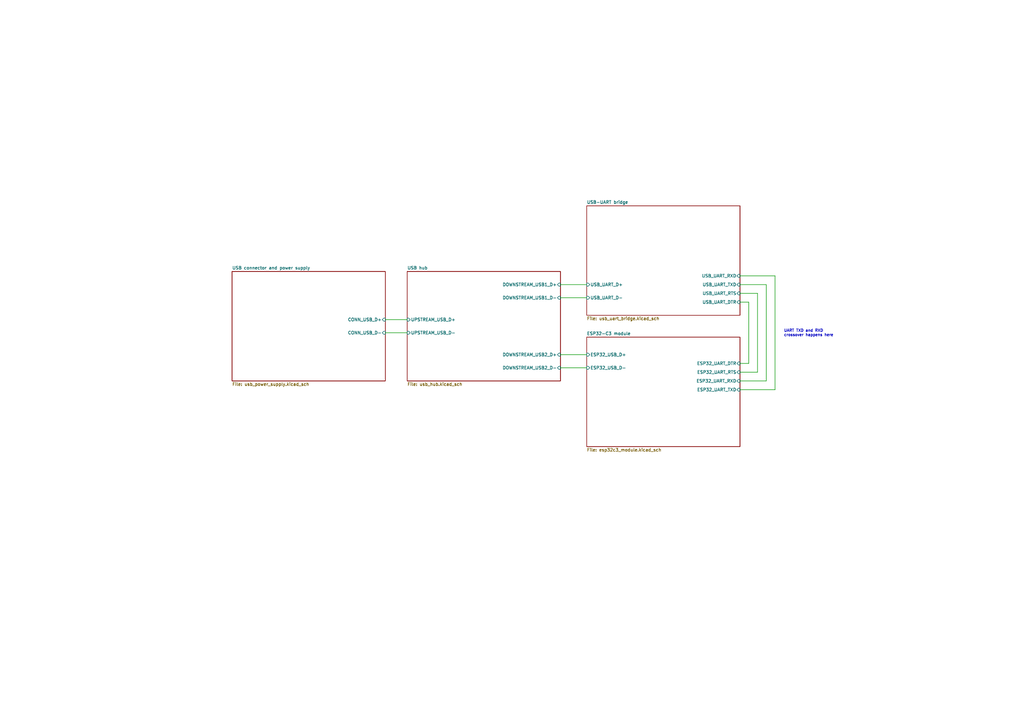
<source format=kicad_sch>
(kicad_sch (version 20211123) (generator eeschema)
  (paper "A4")
  (title_block (title "ESP32-C3 Development board") (date "2025-02-16") (rev "1.0") (company "Copyright: Tomislav Milkovic"))
  (lib_symbols)
  (wire (pts (xy 222.25 110.49) (xy 214.63 110.49)))
  (wire (pts (xy 222.25 82.55) (xy 222.25 110.49)))
  (wire (pts (xy 214.63 87.63) (xy 217.17 87.63)))
  (wire (pts (xy 111.76 92.71) (xy 118.11 92.71)))
  (wire (pts (xy 162.56 82.55) (xy 170.18 82.55)))
  (wire (pts (xy 224.79 113.03) (xy 214.63 113.03)))
  (wire (pts (xy 219.71 107.95) (xy 214.63 107.95)))
  (wire (pts (xy 224.79 80.01) (xy 224.79 113.03)))
  (wire (pts (xy 162.56 86.36) (xy 170.18 86.36)))
  (wire (pts (xy 214.63 82.55) (xy 222.25 82.55)))
  (wire (pts (xy 214.63 85.09) (xy 219.71 85.09)))
  (wire (pts (xy 162.56 102.87) (xy 170.18 102.87)))
  (wire (pts (xy 219.71 85.09) (xy 219.71 107.95)))
  (wire (pts (xy 214.63 80.01) (xy 224.79 80.01)))
  (wire (pts (xy 162.56 106.68) (xy 170.18 106.68)))
  (wire (pts (xy 111.76 96.52) (xy 118.11 96.52)))
  (wire (pts (xy 217.17 87.63) (xy 217.17 105.41)))
  (wire (pts (xy 217.17 105.41) (xy 214.63 105.41)))
  (text "UART TXD and RXD\ncrossover happens here" (at 227.33 97.79 0) (effects (font (size 0.7874 0.7874)) (justify left bottom)))
  (sheet (at 118.11 78.74) (size 44.45 31.75)
    (property "Sheet name" "USB hub" (at 118.11 78.2189 0) (effects (font (size 0.889 0.889)) (justify left bottom)))
    (property "Sheet file" "usb_hub.kicad_sch" (at 118.11 110.9222 0) (effects (font (size 0.889 0.889)) (justify left top)))
    (pin "UPSTREAM_USB_D-" input (at 118.11 96.52 180) (effects (font (size 0.889 0.889))))
    (pin "UPSTREAM_USB_D+" input (at 118.11 92.71 180) (effects (font (size 0.889 0.889))))
    (pin "DOWNSTREAM_USB1_D-" input (at 162.56 86.36 0) (effects (font (size 0.889 0.889))))
    (pin "DOWNSTREAM_USB1_D+" input (at 162.56 82.55 0) (effects (font (size 0.889 0.889))))
    (pin "DOWNSTREAM_USB2_D-" input (at 162.56 106.68 0) (effects (font (size 0.889 0.889))))
    (pin "DOWNSTREAM_USB2_D+" input (at 162.56 102.87 0) (effects (font (size 0.889 0.889))))
  )
  (sheet (at 170.18 59.69) (size 44.45 31.75)
    (property "Sheet name" "USB-UART bridge" (at 170.18 59.1689 0) (effects (font (size 0.889 0.889)) (justify left bottom)))
    (property "Sheet file" "usb_uart_bridge.kicad_sch" (at 170.18 91.8722 0) (effects (font (size 0.889 0.889)) (justify left top)))
    (pin "USB_UART_D+" input (at 170.18 82.55 180) (effects (font (size 0.889 0.889))))
    (pin "USB_UART_D-" input (at 170.18 86.36 180) (effects (font (size 0.889 0.889))))
    (pin "USB_UART_DTR" input (at 214.63 87.63 0) (effects (font (size 0.889 0.889))))
    (pin "USB_UART_RTS" input (at 214.63 85.09 0) (effects (font (size 0.889 0.889))))
    (pin "USB_UART_RXD" input (at 214.63 80.01 0) (effects (font (size 0.889 0.889))))
    (pin "USB_UART_TXD" input (at 214.63 82.55 0) (effects (font (size 0.889 0.889))))
  )
  (sheet (at 67.31 78.74) (size 44.45 31.75)
    (property "Sheet name" "USB connector and power supply" (at 67.31 78.2189 0) (effects (font (size 0.889 0.889)) (justify left bottom)))
    (property "Sheet file" "usb_power_supply.kicad_sch" (at 67.31 110.9222 0) (effects (font (size 0.889 0.889)) (justify left top)))
    (pin "CONN_USB_D+" input (at 111.76 92.71 0) (effects (font (size 0.889 0.889))))
    (pin "CONN_USB_D-" input (at 111.76 96.52 0) (effects (font (size 0.889 0.889))))
  )
  (sheet (at 170.18 97.79) (size 44.45 31.75)
    (property "Sheet name" "ESP32-C3 module" (at 170.18 97.2689 0) (effects (font (size 0.889 0.889)) (justify left bottom)))
    (property "Sheet file" "esp32c3_module.kicad_sch" (at 170.18 129.9722 0) (effects (font (size 0.889 0.889)) (justify left top)))
    (pin "ESP32_USB_D+" input (at 170.18 102.87 180) (effects (font (size 0.889 0.889))))
    (pin "ESP32_USB_D-" input (at 170.18 106.68 180) (effects (font (size 0.889 0.889))))
    (pin "ESP32_UART_RXD" input (at 214.63 110.49 0) (effects (font (size 0.889 0.889))))
    (pin "ESP32_UART_TXD" input (at 214.63 113.03 0) (effects (font (size 0.889 0.889))))
    (pin "ESP32_UART_DTR" input (at 214.63 105.41 0) (effects (font (size 0.889 0.889))))
    (pin "ESP32_UART_RTS" input (at 214.63 107.95 0) (effects (font (size 0.889 0.889))))
  )
)
</source>
